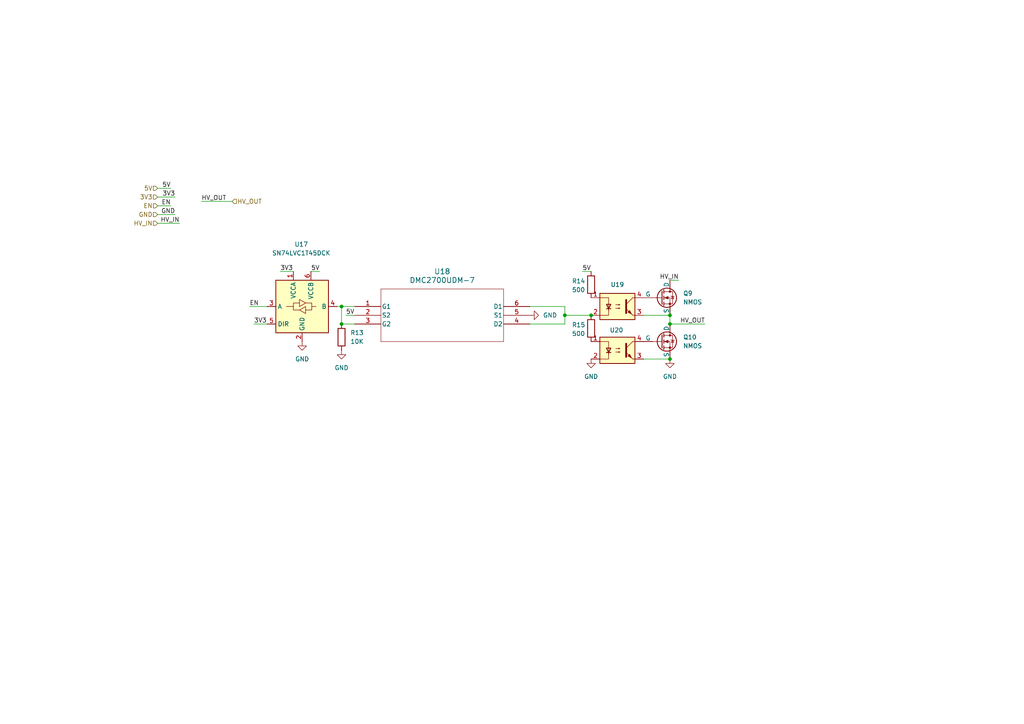
<source format=kicad_sch>
(kicad_sch (version 20250114) (generator "eeschema") (generator_version "9.0")
  (paper "A4")
  (lib_symbols
    (symbol "2025-10-13_21-58-01:DMC2700UDM-7" (pin_names (offset 0.254))
      (property "Reference" "U" (at 25.4 10.16 0))
      (property "Value" "DMC2700UDM-7" (at 25.4 7.62 0))
      (symbol "DMC2700UDM-7_0_1"
        (polyline (pts (xy 7.62 5.08) (xy 7.62 -10.16)) (stroke (width 0.127)))
        (polyline (pts (xy 7.62 -10.16) (xy 43.18 -10.16)) (stroke (width 0.127)))
        (polyline (pts (xy 43.18 5.08) (xy 7.62 5.08)) (stroke (width 0.127)))
        (polyline (pts (xy 43.18 -10.16) (xy 43.18 5.08)) (stroke (width 0.127)))
        (pin unspecified line (at 0 0 0) (length 7.62) (name "G1") (number "1"))
        (pin unspecified line (at 0 -2.54 0) (length 7.62) (name "S2") (number "2"))
        (pin unspecified line (at 0 -5.08 0) (length 7.62) (name "G2") (number "3"))
        (pin unspecified line (at 50.8 0 180) (length 7.62) (name "D1") (number "6"))
        (pin unspecified line (at 50.8 -2.54 180) (length 7.62) (name "S1") (number "5"))
        (pin unspecified line (at 50.8 -5.08 180) (length 7.62) (name "D2") (number "4"))
      )
    )
    (symbol "Device:R" (pin_numbers (hide yes)) (pin_names (offset 0))
      (property "Reference" "R" (at 2.032 0 90))
      (property "Value" "R" (at 0 0 90))
      (symbol "R_0_1"
        (rectangle (start -1.016 -2.54) (end 1.016 2.54) (stroke (width 0.254)))
      )
      (symbol "R_1_1"
        (pin passive line (at 0 3.81 270) (length 1.27) (name "~") (number "1"))
        (pin passive line (at 0 -3.81 90) (length 1.27) (name "~") (number "2"))
      )
    )
    (symbol "Isolator:Optocoupler_DC_PhotoNPN_AKEC"
      (property "Reference" "U" (at -5.08 5.08 0))
      (property "Value" "Optocoupler_DC_PhotoNPN_AKEC" (at 0 5.08 0))
      (symbol "Optocoupler_DC_PhotoNPN_AKEC_0_1"
        (rectangle (start -5.08 3.81) (end 5.08 -3.81) (stroke (width 0.254)) (fill (type background)))
        (polyline (pts (xy -5.08 2.54) (xy -2.54 2.54) (xy -2.54 -1.27) (xy -2.54 0.635)))
        (polyline (pts (xy -3.175 -0.635) (xy -1.905 -0.635)) (stroke (width 0.254)))
        (polyline (pts (xy -2.54 -0.635) (xy -2.54 -2.54) (xy -5.08 -2.54)))
        (polyline (pts (xy -2.54 -0.635) (xy -3.175 0.635) (xy -1.905 0.635) (xy -2.54 -0.635)) (stroke (width 0.254)))
        (polyline (pts (xy -0.508 0.508) (xy 0.762 0.508) (xy 0.381 0.381) (xy 0.381 0.635) (xy 0.762 0.508)))
        (polyline (pts (xy -0.508 -0.508) (xy 0.762 -0.508) (xy 0.381 -0.635) (xy 0.381 -0.381) (xy 0.762 -0.508)))
        (polyline (pts (xy 2.54 1.905) (xy 2.54 -1.905)) (stroke (width 0.508)))
        (polyline (pts (xy 2.54 0.635) (xy 4.445 2.54)))
        (polyline (pts (xy 3.048 -1.651) (xy 3.556 -1.143) (xy 4.064 -2.159) (xy 3.048 -1.651)) (fill (type outline)))
        (polyline (pts (xy 4.445 2.54) (xy 5.08 2.54)))
        (polyline (pts (xy 4.445 -2.54) (xy 2.54 -0.635)) (fill (type outline)))
        (polyline (pts (xy 4.445 -2.54) (xy 5.08 -2.54)))
      )
      (symbol "Optocoupler_DC_PhotoNPN_AKEC_1_1"
        (pin passive line (at -7.62 2.54 0) (length 2.54) (name "~") (number "1"))
        (pin passive line (at -7.62 -2.54 0) (length 2.54) (name "~") (number "2"))
        (pin passive line (at 7.62 2.54 180) (length 2.54) (name "~") (number "4"))
        (pin passive line (at 7.62 -2.54 180) (length 2.54) (name "~") (number "3"))
      )
    )
    (symbol "Logic_LevelTranslator:SN74LVC1T45DCK"
      (property "Reference" "U" (at -6.35 8.89 0))
      (property "Value" "SN74LVC1T45DCK" (at 3.81 8.89 0))
      (symbol "SN74LVC1T45DCK_0_1"
        (rectangle (start -7.62 7.62) (end 7.62 -7.62) (stroke (width 0.254)) (fill (type background)))
        (polyline (pts (xy -2.54 0) (xy -2.54 1.016) (xy -0.762 1.016)))
        (polyline (pts (xy -0.762 0) (xy -0.762 2.032) (xy 1.016 1.016) (xy -0.762 0)))
        (polyline (pts (xy -0.762 -1.016) (xy -2.54 -1.016) (xy -2.54 0) (xy -4.572 0)))
        (polyline (pts (xy 1.016 1.016) (xy 2.794 1.016) (xy 2.794 0) (xy 4.064 0)))
        (polyline (pts (xy 1.016 0) (xy 1.016 -1.778) (xy 1.016 -2.032) (xy -0.762 -1.016) (xy 1.016 0)))
        (polyline (pts (xy 2.794 0) (xy 2.794 -1.016) (xy 1.016 -1.016)))
      )
      (symbol "SN74LVC1T45DCK_1_1"
        (pin bidirectional line (at -10.16 0 0) (length 2.54) (name "A") (number "3"))
        (pin input line (at -10.16 -5.08 0) (length 2.54) (name "DIR") (number "5"))
        (pin power_in line (at -2.54 10.16 270) (length 2.54) (name "VCCA") (number "1"))
        (pin power_in line (at 0 -10.16 90) (length 2.54) (name "GND") (number "2"))
        (pin power_in line (at 2.54 10.16 270) (length 2.54) (name "VCCB") (number "6"))
        (pin bidirectional line (at 10.16 0 180) (length 2.54) (name "B") (number "4"))
      )
    )
    (symbol "Simulation_SPICE:NMOS" (pin_numbers (hide yes)) (pin_names (offset 0))
      (property "Reference" "Q" (at 5.08 1.27 0))
      (property "Value" "NMOS" (at 5.08 -1.27 0))
      (symbol "NMOS_0_1"
        (polyline (pts (xy 0.254 1.905) (xy 0.254 -1.905)) (stroke (width 0.254)))
        (polyline (pts (xy 0.254 0) (xy -2.54 0)))
        (polyline (pts (xy 0.762 2.286) (xy 0.762 1.27)) (stroke (width 0.254)))
        (polyline (pts (xy 0.762 0.508) (xy 0.762 -0.508)) (stroke (width 0.254)))
        (polyline (pts (xy 0.762 -1.27) (xy 0.762 -2.286)) (stroke (width 0.254)))
        (polyline (pts (xy 0.762 -1.778) (xy 3.302 -1.778) (xy 3.302 1.778) (xy 0.762 1.778)))
        (polyline (pts (xy 1.016 0) (xy 2.032 0.381) (xy 2.032 -0.381) (xy 1.016 0)) (fill (type outline)))
        (circle (center 1.651 0) (radius 2.794) (stroke (width 0.254)))
        (polyline (pts (xy 2.54 2.54) (xy 2.54 1.778)))
        (circle (center 2.54 1.778) (radius 0.254) (fill (type outline)))
        (circle (center 2.54 -1.778) (radius 0.254) (fill (type outline)))
        (polyline (pts (xy 2.54 -2.54) (xy 2.54 0) (xy 0.762 0)))
        (polyline (pts (xy 2.794 0.508) (xy 2.921 0.381) (xy 3.683 0.381) (xy 3.81 0.254)))
        (polyline (pts (xy 3.302 0.381) (xy 2.921 -0.254) (xy 3.683 -0.254) (xy 3.302 0.381)))
      )
      (symbol "NMOS_1_1"
        (pin input line (at -5.08 0 0) (length 2.54) (name "G") (number "2"))
        (pin passive line (at 2.54 5.08 270) (length 2.54) (name "D") (number "1"))
        (pin passive line (at 2.54 -5.08 90) (length 2.54) (name "S") (number "3"))
      )
    )
    (symbol "power:GND" (power) (pin_numbers (hide yes)) (pin_names (offset 0) (hide yes))
      (property "Value" "GND" (at 0 -3.81 0))
      (symbol "GND_0_1"
        (polyline (pts (xy 0 0) (xy 0 -1.27) (xy 1.27 -1.27) (xy 0 -2.54) (xy -1.27 -1.27) (xy 0 -1.27)))
      )
      (symbol "GND_1_1"
        (pin power_in line (at 0 0 270) (length 0) (name "~") (number "1"))
      )
    )
  )
  (junction (at 194.31 91.44))
  (junction (at 194.31 104.14))
  (junction (at 99.06 88.9))
  (junction (at 194.31 93.98))
  (junction (at 163.83 91.44))
  (junction (at 99.06 93.98))
  (junction (at 171.45 91.44))
  (wire (pts (xy 163.83 91.44) (xy 163.83 93.98)))
  (wire (pts (xy 45.72 64.77) (xy 52.07 64.77)))
  (wire (pts (xy 45.72 62.23) (xy 50.8 62.23)))
  (wire (pts (xy 45.72 54.61) (xy 49.53 54.61)))
  (wire (pts (xy 81.28 78.74) (xy 85.09 78.74)))
  (wire (pts (xy 171.45 91.44) (xy 163.83 91.44)))
  (wire (pts (xy 58.42 58.42) (xy 67.31 58.42)))
  (wire (pts (xy 72.39 88.9) (xy 77.47 88.9)))
  (wire (pts (xy 163.83 88.9) (xy 163.83 91.44)))
  (wire (pts (xy 194.31 88.9) (xy 194.31 91.44)))
  (wire (pts (xy 102.87 88.9) (xy 99.06 88.9)))
  (wire (pts (xy 99.06 93.98) (xy 102.87 93.98)))
  (wire (pts (xy 153.67 88.9) (xy 163.83 88.9)))
  (wire (pts (xy 194.31 81.28) (xy 196.85 81.28)))
  (wire (pts (xy 168.91 78.74) (xy 171.45 78.74)))
  (wire (pts (xy 194.31 91.44) (xy 194.31 93.98)))
  (wire (pts (xy 99.06 88.9) (xy 99.06 93.98)))
  (wire (pts (xy 100.33 91.44) (xy 102.87 91.44)))
  (wire (pts (xy 163.83 93.98) (xy 153.67 93.98)))
  (wire (pts (xy 90.17 78.74) (xy 92.71 78.74)))
  (wire (pts (xy 186.69 104.14) (xy 194.31 104.14)))
  (wire (pts (xy 97.79 88.9) (xy 99.06 88.9)))
  (wire (pts (xy 194.31 93.98) (xy 204.47 93.98)))
  (wire (pts (xy 45.72 57.15) (xy 50.8 57.15)))
  (wire (pts (xy 186.69 91.44) (xy 194.31 91.44)))
  (wire (pts (xy 73.66 93.98) (xy 77.47 93.98)))
  (wire (pts (xy 45.72 59.69) (xy 49.53 59.69)))
  (label "5V" (at 100.33 91.44 0))
  (label "3V3" (at 73.66 93.98 0))
  (label "3V3" (at 50.8 57.15 180))
  (label "HV_OUT" (at 204.47 93.98 180))
  (label "HV_IN" (at 196.85 81.28 180))
  (label "EN" (at 49.53 59.69 180))
  (label "5V" (at 49.53 54.61 180))
  (label "HV_OUT" (at 58.42 58.42 0))
  (label "5V" (at 92.71 78.74 180))
  (label "EN" (at 72.39 88.9 0))
  (label "5V" (at 168.91 78.74 0))
  (label "HV_IN" (at 52.07 64.77 180))
  (label "GND" (at 50.8 62.23 180))
  (label "3V3" (at 81.28 78.74 0))
  (hierarchical_label "EN" (shape input) (at 45.72 59.69 180))
  (hierarchical_label "HV_OUT" (shape input) (at 67.31 58.42 0))
  (hierarchical_label "GND" (shape input) (at 45.72 62.23 180))
  (hierarchical_label "3V3" (shape input) (at 45.72 57.15 180))
  (hierarchical_label "HV_IN" (shape input) (at 45.72 64.77 180))
  (hierarchical_label "5V" (shape input) (at 45.72 54.61 180))
  (symbol (lib_id "power:GND") (at 99.06 101.6 0) (unit 1)
    (property "Reference" "#PWR017" (effects (hide yes)))
    (property "Value" "GND" (at 99.06 106.68 0))
    (property "Description" "Power symbol creates a global label with name \"GND\" , ground" (effects (hide yes)))
    (instances (project "Strain Wave Motor Control Board" (path "" (reference "#PWR013") (unit 1)) (path "" (reference "#PWR05") (unit 1)) (path "" (reference "#PWR017") (unit 1)) (path "" (reference "#PWR01") (unit 1)) (path "" (reference "#PWR021") (unit 1)) (path "" (reference "#PWR09") (unit 1))))
  )
  (symbol (lib_id "Logic_LevelTranslator:SN74LVC1T45DCK") (at 87.63 88.9 0) (unit 1)
    (property "Reference" "U1" (at 87.376 70.866 0))
    (property "Value" "SN74LVC1T45DCK" (at 87.376 73.406 0))
    (property "Footprint" "Package_TO_SOT_SMD:SOT-363_SC-70-6" (effects (hide yes)))
    (property "Datasheet" "http://www.ti.com/lit/ds/symlink/sn74lvc1t45.pdf" (effects (hide yes)))
    (property "Description" "Single-Bit Dual-Supply Bus Transceiver With Configurable Voltage Translation and 3-State Outputs, SOT-363" (effects (hide yes)))
    (instances (project "Strain Wave Motor Control Board" (path "" (reference "U17") (unit 1)) (path "" (reference "U9") (unit 1)) (path "" (reference "U1") (unit 1)) (path "" (reference "U5") (unit 1)) (path "" (reference "U21") (unit 1)) (path "" (reference "U13") (unit 1))))
  )
  (symbol (lib_id "power:GND") (at 87.63 99.06 0) (unit 1)
    (property "Reference" "#PWR031" (effects (hide yes)))
    (property "Value" "GND" (at 87.63 104.14 0))
    (property "Description" "Power symbol creates a global label with name \"GND\" , ground" (effects (hide yes)))
    (instances (project "" (path "" (reference "#PWR035") (unit 1)) (path "" (reference "#PWR033") (unit 1)) (path "" (reference "#PWR031") (unit 1)) (path "" (reference "#PWR032") (unit 1)) (path "" (reference "#PWR036") (unit 1)) (path "" (reference "#PWR034") (unit 1))))
  )
  (symbol (lib_id "Device:R") (at 171.45 82.55 0) (unit 1)
    (property "Reference" "R2" (at 165.862 81.534 0) (effects (justify left)))
    (property "Value" "500" (at 165.862 84.074 0) (effects (justify left)))
    (property "Footprint" "Resistor_SMD:R_0805_2012Metric_Pad1.20x1.40mm_HandSolder" (effects (hide yes)))
    (property "Description" "Resistor" (effects (hide yes)))
    (instances (project "Strain Wave Motor Control Board" (path "" (reference "R14") (unit 1)) (path "" (reference "R8") (unit 1)) (path "" (reference "R2") (unit 1)) (path "" (reference "R5") (unit 1)) (path "" (reference "R17") (unit 1)) (path "" (reference "R11") (unit 1))))
  )
  (symbol (lib_id "Simulation_SPICE:NMOS") (at 191.77 86.36 0) (unit 1)
    (property "Reference" "Q1" (at 198.12 85.0899 0) (effects (justify left)))
    (property "Value" "NMOS" (at 198.12 87.6299 0) (effects (justify left)))
    (property "Footprint" "Package_TO_SOT_SMD:SOT-223-3_TabPin2" (effects (hide yes)))
    (property "Datasheet" "https://ngspice.sourceforge.io/docs/ngspice-html-manual/manual.xhtml#cha_MOSFETs" (effects (hide yes)))
    (property "Description" "N-MOSFET transistor, drain/source/gate" (effects (hide yes)))
    (property "Sim.Device" "NMOS" (effects (hide yes)))
    (property "Sim.Type" "VDMOS" (effects (hide yes)))
    (property "Sim.Pins" "1=D 2=G 3=S" (effects (hide yes)))
    (instances (project "Strain Wave Motor Control Board" (path "" (reference "Q9") (unit 1)) (path "" (reference "Q5") (unit 1)) (path "" (reference "Q1") (unit 1)) (path "" (reference "Q3") (unit 1)) (path "" (reference "Q11") (unit 1)) (path "" (reference "Q7") (unit 1))))
  )
  (symbol (lib_id "Isolator:Optocoupler_DC_PhotoNPN_AKEC") (at 179.07 88.9 0) (unit 1)
    (property "Reference" "U3" (at 179.07 82.55 0))
    (property "Value" "Optocoupler_DC_PhotoNPN_AKEC" (effects (hide yes)))
    (property "Footprint" "Package_DIP:DIP-4_W7.62mm_SMDSocket_SmallPads" (effects (hide yes)))
    (property "Datasheet" "https://www.littelfuse.com/assetdocs/fda117.pdf?assetguid=a86cf09d-53dd-4a83-a12c-7d568405012e" (effects (hide yes)))
    (property "Description" "Generic DC optocoupler with NPN phototransistor output, pins order: anode/cathode/emitter/collector" (effects (hide yes)))
    (instances (project "Strain Wave Motor Control Board" (path "" (reference "U19") (unit 1)) (path "" (reference "U11") (unit 1)) (path "" (reference "U3") (unit 1)) (path "" (reference "U7") (unit 1)) (path "" (reference "U23") (unit 1)) (path "" (reference "U15") (unit 1))))
  )
  (symbol (lib_id "Device:R") (at 171.45 95.25 0) (unit 1)
    (property "Reference" "R3" (at 165.862 94.234 0) (effects (justify left)))
    (property "Value" "500" (at 165.862 96.774 0) (effects (justify left)))
    (property "Footprint" "Resistor_SMD:R_0805_2012Metric_Pad1.20x1.40mm_HandSolder" (effects (hide yes)))
    (property "Description" "Resistor" (effects (hide yes)))
    (instances (project "Strain Wave Motor Control Board" (path "" (reference "R15") (unit 1)) (path "" (reference "R9") (unit 1)) (path "" (reference "R3") (unit 1)) (path "" (reference "R6") (unit 1)) (path "" (reference "R18") (unit 1)) (path "" (reference "R12") (unit 1))))
  )
  (symbol (lib_id "Device:R") (at 99.06 97.79 0) (unit 1)
    (property "Reference" "R1" (at 101.6 96.5199 0) (effects (justify left)))
    (property "Value" "10K" (at 101.6 99.0599 0) (effects (justify left)))
    (property "Footprint" "Resistor_SMD:R_0805_2012Metric_Pad1.20x1.40mm_HandSolder" (effects (hide yes)))
    (property "Description" "Resistor" (effects (hide yes)))
    (instances (project "Strain Wave Motor Control Board" (path "" (reference "R13") (unit 1)) (path "" (reference "R7") (unit 1)) (path "" (reference "R1") (unit 1)) (path "" (reference "R4") (unit 1)) (path "" (reference "R16") (unit 1)) (path "" (reference "R10") (unit 1))))
  )
  (symbol (lib_id "power:GND") (at 194.31 104.14 0) (unit 1)
    (property "Reference" "#PWR020" (effects (hide yes)))
    (property "Value" "GND" (at 194.31 109.22 0))
    (property "Description" "Power symbol creates a global label with name \"GND\" , ground" (effects (hide yes)))
    (instances (project "Strain Wave Motor Control Board" (path "" (reference "#PWR016") (unit 1)) (path "" (reference "#PWR08") (unit 1)) (path "" (reference "#PWR020") (unit 1)) (path "" (reference "#PWR04") (unit 1)) (path "" (reference "#PWR024") (unit 1)) (path "" (reference "#PWR012") (unit 1))))
  )
  (symbol (lib_id "Isolator:Optocoupler_DC_PhotoNPN_AKEC") (at 179.07 101.6 0) (unit 1)
    (property "Reference" "U4" (at 178.816 95.758 0))
    (property "Value" "Optocoupler_DC_PhotoNPN_AKEC" (effects (hide yes)))
    (property "Footprint" "Package_DIP:DIP-4_W7.62mm_SMDSocket_SmallPads" (effects (hide yes)))
    (property "Datasheet" "https://www.littelfuse.com/assetdocs/fda117.pdf?assetguid=a86cf09d-53dd-4a83-a12c-7d568405012e" (effects (hide yes)))
    (property "Description" "Generic DC optocoupler with NPN phototransistor output, pins order: anode/cathode/emitter/collector" (effects (hide yes)))
    (instances (project "Strain Wave Motor Control Board" (path "" (reference "U20") (unit 1)) (path "" (reference "U12") (unit 1)) (path "" (reference "U4") (unit 1)) (path "" (reference "U8") (unit 1)) (path "" (reference "U24") (unit 1)) (path "" (reference "U16") (unit 1))))
  )
  (symbol (lib_id "power:GND") (at 153.67 91.44 90) (unit 1)
    (property "Reference" "#PWR018" (effects (hide yes)))
    (property "Value" "GND" (at 157.48 91.4399 90) (effects (justify right)))
    (property "Description" "Power symbol creates a global label with name \"GND\" , ground" (effects (hide yes)))
    (instances (project "Strain Wave Motor Control Board" (path "" (reference "#PWR014") (unit 1)) (path "" (reference "#PWR06") (unit 1)) (path "" (reference "#PWR018") (unit 1)) (path "" (reference "#PWR02") (unit 1)) (path "" (reference "#PWR022") (unit 1)) (path "" (reference "#PWR010") (unit 1))))
  )
  (symbol (lib_id "2025-10-13_21-58-01:DMC2700UDM-7") (at 102.87 88.9 0) (unit 1)
    (property "Reference" "U2" (at 128.27 78.74 0) (effects (font (size 1.524 1.524))))
    (property "Value" "DMC2700UDM-7" (at 128.27 81.28 0) (effects (font (size 1.524 1.524))))
    (property "Footprint" "DMC2700UDM:SOT26_DIO" (effects (hide yes)))
    (property "Datasheet" "https://www.diodes.com/assets/Datasheets/DMC2700UDM.pdf" (effects (hide yes)))
    (instances (project "Strain Wave Motor Control Board" (path "" (reference "U18") (unit 1)) (path "" (reference "U10") (unit 1)) (path "" (reference "U2") (unit 1)) (path "" (reference "U6") (unit 1)) (path "" (reference "U22") (unit 1)) (path "" (reference "U14") (unit 1))))
  )
  (symbol (lib_id "Simulation_SPICE:NMOS") (at 191.77 99.06 0) (unit 1)
    (property "Reference" "Q2" (at 198.12 97.7899 0) (effects (justify left)))
    (property "Value" "NMOS" (at 198.12 100.3299 0) (effects (justify left)))
    (property "Footprint" "Package_TO_SOT_SMD:SOT-223-3_TabPin2" (effects (hide yes)))
    (property "Datasheet" "https://ngspice.sourceforge.io/docs/ngspice-html-manual/manual.xhtml#cha_MOSFETs" (effects (hide yes)))
    (property "Description" "N-MOSFET transistor, drain/source/gate" (effects (hide yes)))
    (property "Sim.Device" "NMOS" (effects (hide yes)))
    (property "Sim.Type" "VDMOS" (effects (hide yes)))
    (property "Sim.Pins" "1=D 2=G 3=S" (effects (hide yes)))
    (instances (project "Strain Wave Motor Control Board" (path "" (reference "Q10") (unit 1)) (path "" (reference "Q6") (unit 1)) (path "" (reference "Q2") (unit 1)) (path "" (reference "Q4") (unit 1)) (path "" (reference "Q12") (unit 1)) (path "" (reference "Q8") (unit 1))))
  )
  (symbol (lib_id "power:GND") (at 171.45 104.14 0) (unit 1)
    (property "Reference" "#PWR019" (effects (hide yes)))
    (property "Value" "GND" (at 171.45 109.22 0))
    (property "Description" "Power symbol creates a global label with name \"GND\" , ground" (effects (hide yes)))
    (instances (project "Strain Wave Motor Control Board" (path "" (reference "#PWR015") (unit 1)) (path "" (reference "#PWR07") (unit 1)) (path "" (reference "#PWR019") (unit 1)) (path "" (reference "#PWR03") (unit 1)) (path "" (reference "#PWR023") (unit 1)) (path "" (reference "#PWR011") (unit 1))))
  )
)
</source>
